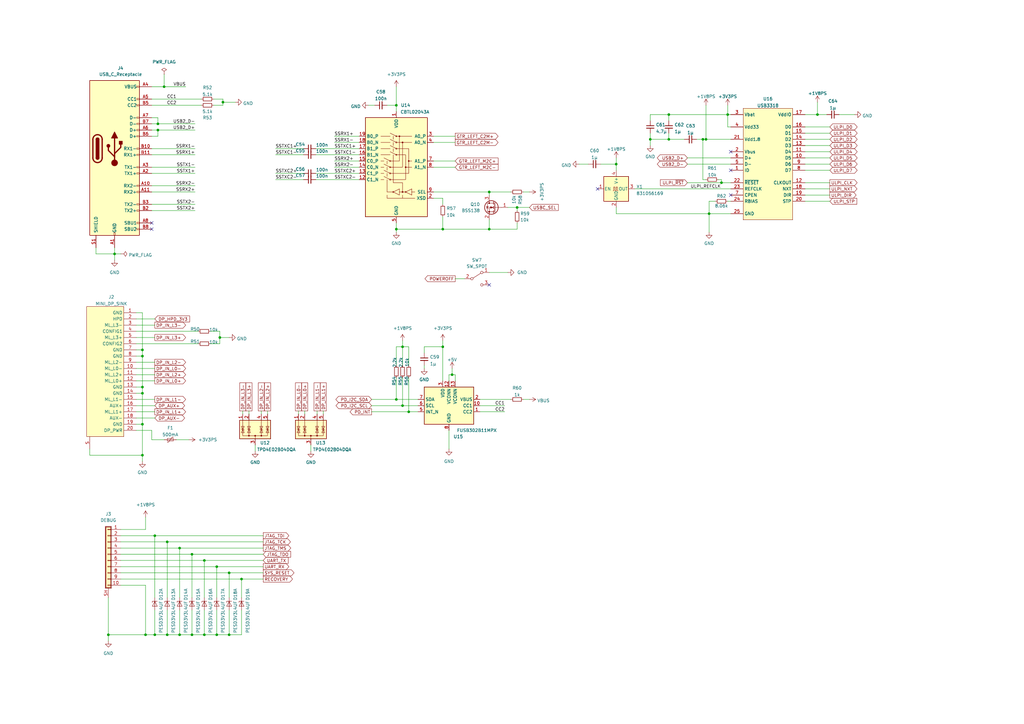
<source format=kicad_sch>
(kicad_sch (version 20211123) (generator eeschema)
  (paper "A3")
  (junction (at 162.56 163.83))
  (junction (at 58.42 146.05))
  (junction (at 93.98 234.95))
  (junction (at 83.82 229.87))
  (junction (at 73.66 260.35))
  (junction (at 64.77 50.8))
  (junction (at 58.42 161.29))
  (junction (at 90.17 138.43))
  (junction (at 252.73 67.31))
  (junction (at 165.1 142.24))
  (junction (at 68.58 260.35))
  (junction (at 63.5 219.71))
  (junction (at 46.99 104.14))
  (junction (at 162.56 93.98))
  (junction (at 64.77 53.34))
  (junction (at 88.9 232.41))
  (junction (at 63.5 260.35))
  (junction (at 78.74 227.33))
  (junction (at 290.83 87.63))
  (junction (at 212.09 85.09))
  (junction (at 58.42 143.51))
  (junction (at 78.74 260.35))
  (junction (at 335.28 46.99))
  (junction (at 167.64 168.91))
  (junction (at 200.66 78.74))
  (junction (at 93.98 260.35))
  (junction (at 68.58 222.25))
  (junction (at 44.45 260.35))
  (junction (at 165.1 166.37))
  (junction (at 58.42 173.99))
  (junction (at 288.29 57.15))
  (junction (at 67.31 35.56))
  (junction (at 59.69 260.35))
  (junction (at 200.66 93.98))
  (junction (at 83.82 260.35))
  (junction (at 295.91 74.93))
  (junction (at 266.7 57.15))
  (junction (at 298.45 46.99))
  (junction (at 58.42 186.69))
  (junction (at 88.9 260.35))
  (junction (at 99.06 237.49))
  (junction (at 185.42 153.67))
  (junction (at 91.44 41.91))
  (junction (at 181.61 93.98))
  (junction (at 274.32 46.99))
  (junction (at 181.61 142.24))
  (junction (at 162.56 43.18))
  (junction (at 73.66 224.79))
  (junction (at 58.42 158.75))
  (junction (at 274.32 57.15))
  (junction (at 289.56 57.15))
  (no_connect (at 62.23 93.98))
  (no_connect (at 299.72 69.85))
  (no_connect (at 200.66 116.84))
  (no_connect (at 245.11 77.47))
  (no_connect (at 299.72 80.01))
  (no_connect (at 62.23 91.44))
  (no_connect (at 299.72 62.23))
  (wire (pts (xy 102.108 168.5485) (xy 102.108 169.8185)))
  (wire (pts (xy 177.8 78.74) (xy 200.66 78.74)))
  (wire (pts (xy 177.8 66.04) (xy 186.69 66.04)))
  (wire (pts (xy 90.17 138.43) (xy 93.98 138.43)))
  (wire (pts (xy 55.88 146.05) (xy 58.42 146.05)))
  (wire (pts (xy 266.7 46.99) (xy 274.32 46.99)))
  (wire (pts (xy 86.36 140.97) (xy 90.17 140.97)))
  (wire (pts (xy 330.2 64.77) (xy 340.36 64.77)))
  (wire (pts (xy 151.13 43.18) (xy 153.67 43.18)))
  (wire (pts (xy 62.23 43.18) (xy 82.55 43.18)))
  (wire (pts (xy 63.5 250.19) (xy 63.5 260.35)))
  (wire (pts (xy 165.1 142.24) (xy 162.56 142.24)))
  (wire (pts (xy 49.53 229.87) (xy 83.82 229.87)))
  (wire (pts (xy 62.23 63.5) (xy 80.01 63.5)))
  (wire (pts (xy 162.56 93.98) (xy 162.56 95.25)))
  (wire (pts (xy 62.23 71.12) (xy 80.01 71.12)))
  (wire (pts (xy 62.23 176.53) (xy 55.88 176.53)))
  (wire (pts (xy 186.69 114.3) (xy 190.5 114.3)))
  (wire (pts (xy 99.568 168.5485) (xy 99.568 169.8185)))
  (wire (pts (xy 274.32 57.15) (xy 280.67 57.15)))
  (wire (pts (xy 113.03 71.12) (xy 124.46 71.12)))
  (wire (pts (xy 217.17 78.74) (xy 214.63 78.74)))
  (wire (pts (xy 58.42 143.51) (xy 58.42 128.27)))
  (wire (pts (xy 49.53 234.95) (xy 93.98 234.95)))
  (wire (pts (xy 64.77 50.8) (xy 80.01 50.8)))
  (wire (pts (xy 330.2 67.31) (xy 340.36 67.31)))
  (wire (pts (xy 64.77 53.34) (xy 80.01 53.34)))
  (wire (pts (xy 177.8 81.28) (xy 181.61 81.28)))
  (wire (pts (xy 167.64 142.24) (xy 165.1 142.24)))
  (wire (pts (xy 107.188 168.5485) (xy 107.188 169.8185)))
  (wire (pts (xy 93.98 234.95) (xy 107.95 234.95)))
  (wire (pts (xy 158.75 43.18) (xy 162.56 43.18)))
  (wire (pts (xy 266.7 49.53) (xy 266.7 46.99)))
  (wire (pts (xy 88.9 232.41) (xy 107.95 232.41)))
  (wire (pts (xy 137.16 58.42) (xy 147.32 58.42)))
  (wire (pts (xy 83.82 229.87) (xy 107.95 229.87)))
  (wire (pts (xy 113.03 73.66) (xy 124.46 73.66)))
  (wire (pts (xy 91.44 41.91) (xy 96.52 41.91)))
  (wire (pts (xy 252.73 64.77) (xy 252.73 67.31)))
  (wire (pts (xy 62.23 83.82) (xy 80.01 83.82)))
  (wire (pts (xy 73.66 224.79) (xy 73.66 245.11)))
  (wire (pts (xy 129.54 60.96) (xy 147.32 60.96)))
  (wire (pts (xy 252.73 67.31) (xy 252.73 69.85)))
  (wire (pts (xy 165.1 166.37) (xy 171.45 166.37)))
  (wire (pts (xy 152.4 168.91) (xy 167.64 168.91)))
  (wire (pts (xy 90.17 140.97) (xy 90.17 138.43)))
  (wire (pts (xy 87.63 43.18) (xy 91.44 43.18)))
  (wire (pts (xy 99.06 260.35) (xy 99.06 250.19)))
  (wire (pts (xy 330.2 59.69) (xy 340.36 59.69)))
  (wire (pts (xy 186.69 153.67) (xy 186.69 156.21)))
  (wire (pts (xy 46.99 101.6) (xy 46.99 104.14)))
  (wire (pts (xy 185.42 153.67) (xy 184.15 153.67)))
  (wire (pts (xy 63.5 260.35) (xy 68.58 260.35)))
  (wire (pts (xy 281.94 74.93) (xy 295.91 74.93)))
  (wire (pts (xy 252.73 87.63) (xy 290.83 87.63)))
  (wire (pts (xy 113.03 63.5) (xy 124.46 63.5)))
  (wire (pts (xy 162.56 154.94) (xy 162.56 163.83)))
  (wire (pts (xy 288.29 57.15) (xy 289.56 57.15)))
  (wire (pts (xy 63.5 219.71) (xy 107.95 219.71)))
  (wire (pts (xy 93.98 234.95) (xy 93.98 245.11)))
  (wire (pts (xy 152.4 166.37) (xy 165.1 166.37)))
  (wire (pts (xy 73.66 260.35) (xy 78.74 260.35)))
  (wire (pts (xy 196.85 168.91) (xy 207.01 168.91)))
  (wire (pts (xy 295.91 73.66) (xy 295.91 74.93)))
  (wire (pts (xy 44.45 245.11) (xy 44.45 260.35)))
  (wire (pts (xy 55.88 135.89) (xy 81.28 135.89)))
  (wire (pts (xy 68.58 250.19) (xy 68.58 260.35)))
  (wire (pts (xy 49.53 232.41) (xy 88.9 232.41)))
  (wire (pts (xy 62.23 180.34) (xy 62.23 176.53)))
  (wire (pts (xy 184.15 153.67) (xy 184.15 156.21)))
  (wire (pts (xy 184.15 176.53) (xy 184.15 184.15)))
  (wire (pts (xy 181.61 93.98) (xy 162.56 93.98)))
  (wire (pts (xy 64.77 48.26) (xy 64.77 50.8)))
  (wire (pts (xy 83.82 250.19) (xy 83.82 260.35)))
  (wire (pts (xy 62.23 86.36) (xy 80.01 86.36)))
  (wire (pts (xy 46.99 104.14) (xy 46.99 106.68)))
  (wire (pts (xy 55.88 171.45) (xy 63.5 171.45)))
  (wire (pts (xy 113.03 60.96) (xy 124.46 60.96)))
  (wire (pts (xy 330.2 82.55) (xy 340.36 82.55)))
  (wire (pts (xy 44.45 260.35) (xy 59.69 260.35)))
  (wire (pts (xy 58.42 186.69) (xy 36.83 186.69)))
  (wire (pts (xy 73.66 224.79) (xy 107.95 224.79)))
  (wire (pts (xy 162.56 163.83) (xy 171.45 163.83)))
  (wire (pts (xy 162.56 91.44) (xy 162.56 93.98)))
  (wire (pts (xy 274.32 46.99) (xy 298.45 46.99)))
  (wire (pts (xy 289.56 57.15) (xy 299.72 57.15)))
  (wire (pts (xy 62.23 76.2) (xy 80.01 76.2)))
  (wire (pts (xy 91.44 40.64) (xy 87.63 40.64)))
  (wire (pts (xy 330.2 57.15) (xy 340.36 57.15)))
  (wire (pts (xy 55.88 161.29) (xy 58.42 161.29)))
  (wire (pts (xy 266.7 57.15) (xy 266.7 59.69)))
  (wire (pts (xy 55.88 140.97) (xy 81.28 140.97)))
  (wire (pts (xy 162.56 142.24) (xy 162.56 149.86)))
  (wire (pts (xy 55.88 143.51) (xy 58.42 143.51)))
  (wire (pts (xy 214.63 163.83) (xy 217.17 163.83)))
  (wire (pts (xy 285.75 57.15) (xy 288.29 57.15)))
  (wire (pts (xy 162.56 43.18) (xy 162.56 45.72)))
  (wire (pts (xy 62.23 53.34) (xy 64.77 53.34)))
  (wire (pts (xy 90.17 138.43) (xy 90.17 135.89)))
  (wire (pts (xy 185.42 151.13) (xy 185.42 153.67)))
  (wire (pts (xy 129.54 71.12) (xy 147.32 71.12)))
  (wire (pts (xy 88.9 232.41) (xy 88.9 245.11)))
  (wire (pts (xy 137.16 55.88) (xy 147.32 55.88)))
  (wire (pts (xy 165.1 139.7) (xy 165.1 142.24)))
  (wire (pts (xy 91.44 43.18) (xy 91.44 41.91)))
  (wire (pts (xy 63.5 219.71) (xy 63.5 245.11)))
  (wire (pts (xy 129.54 73.66) (xy 147.32 73.66)))
  (wire (pts (xy 49.53 222.25) (xy 68.58 222.25)))
  (wire (pts (xy 290.83 82.55) (xy 290.83 87.63)))
  (wire (pts (xy 274.32 54.61) (xy 274.32 57.15)))
  (wire (pts (xy 55.88 138.43) (xy 63.5 138.43)))
  (wire (pts (xy 266.7 57.15) (xy 266.7 54.61)))
  (wire (pts (xy 58.42 189.23) (xy 58.42 186.69)))
  (wire (pts (xy 55.88 163.83) (xy 63.5 163.83)))
  (wire (pts (xy 208.28 85.09) (xy 212.09 85.09)))
  (wire (pts (xy 177.8 68.58) (xy 186.69 68.58)))
  (wire (pts (xy 335.28 46.99) (xy 330.2 46.99)))
  (wire (pts (xy 49.53 224.79) (xy 73.66 224.79)))
  (wire (pts (xy 55.88 173.99) (xy 58.42 173.99)))
  (wire (pts (xy 78.74 260.35) (xy 78.74 250.19)))
  (wire (pts (xy 330.2 74.93) (xy 340.36 74.93)))
  (wire (pts (xy 46.99 104.14) (xy 39.37 104.14)))
  (wire (pts (xy 49.53 240.03) (xy 59.69 240.03)))
  (wire (pts (xy 335.28 41.91) (xy 335.28 46.99)))
  (wire (pts (xy 177.8 55.88) (xy 186.69 55.88)))
  (wire (pts (xy 260.35 77.47) (xy 299.72 77.47)))
  (wire (pts (xy 55.88 168.91) (xy 63.5 168.91)))
  (wire (pts (xy 298.45 46.99) (xy 299.72 46.99)))
  (wire (pts (xy 289.56 73.66) (xy 288.29 73.66)))
  (wire (pts (xy 293.37 82.55) (xy 290.83 82.55)))
  (wire (pts (xy 36.83 186.69) (xy 36.83 184.15)))
  (wire (pts (xy 290.83 95.25) (xy 290.83 87.63)))
  (wire (pts (xy 162.56 35.56) (xy 162.56 43.18)))
  (wire (pts (xy 55.88 153.67) (xy 63.5 153.67)))
  (wire (pts (xy 274.32 57.15) (xy 266.7 57.15)))
  (wire (pts (xy 58.42 158.75) (xy 58.42 146.05)))
  (wire (pts (xy 181.61 139.7) (xy 181.61 142.24)))
  (wire (pts (xy 200.66 93.98) (xy 181.61 93.98)))
  (wire (pts (xy 55.88 133.35) (xy 63.5 133.35)))
  (wire (pts (xy 93.98 250.19) (xy 93.98 260.35)))
  (wire (pts (xy 62.23 68.58) (xy 80.01 68.58)))
  (wire (pts (xy 196.85 166.37) (xy 207.01 166.37)))
  (wire (pts (xy 39.37 104.14) (xy 39.37 101.6)))
  (wire (pts (xy 91.44 41.91) (xy 91.44 40.64)))
  (wire (pts (xy 124.968 168.5485) (xy 124.968 169.8185)))
  (wire (pts (xy 129.54 63.5) (xy 147.32 63.5)))
  (wire (pts (xy 200.66 78.74) (xy 200.66 80.01)))
  (wire (pts (xy 62.23 60.96) (xy 80.01 60.96)))
  (wire (pts (xy 181.61 88.9) (xy 181.61 93.98)))
  (wire (pts (xy 46.99 104.14) (xy 49.53 104.14)))
  (wire (pts (xy 62.23 35.56) (xy 67.31 35.56)))
  (wire (pts (xy 55.88 148.59) (xy 63.5 148.59)))
  (wire (pts (xy 49.53 237.49) (xy 99.06 237.49)))
  (wire (pts (xy 299.72 52.07) (xy 298.45 52.07)))
  (wire (pts (xy 59.69 212.09) (xy 59.69 217.17)))
  (wire (pts (xy 55.88 166.37) (xy 63.5 166.37)))
  (wire (pts (xy 330.2 69.85) (xy 340.36 69.85)))
  (wire (pts (xy 88.9 250.19) (xy 88.9 260.35)))
  (wire (pts (xy 78.74 227.33) (xy 107.95 227.33)))
  (wire (pts (xy 288.29 73.66) (xy 288.29 57.15)))
  (wire (pts (xy 62.23 40.64) (xy 82.55 40.64)))
  (wire (pts (xy 185.42 153.67) (xy 186.69 153.67)))
  (wire (pts (xy 64.77 53.34) (xy 64.77 55.88)))
  (wire (pts (xy 99.06 237.49) (xy 99.06 245.11)))
  (wire (pts (xy 137.16 68.58) (xy 147.32 68.58)))
  (wire (pts (xy 165.1 142.24) (xy 165.1 149.86)))
  (wire (pts (xy 58.42 161.29) (xy 58.42 158.75)))
  (wire (pts (xy 67.31 30.48) (xy 67.31 35.56)))
  (wire (pts (xy 173.99 149.86) (xy 173.99 151.13)))
  (wire (pts (xy 152.4 163.83) (xy 162.56 163.83)))
  (wire (pts (xy 127.508 182.5185) (xy 127.508 185.0585)))
  (wire (pts (xy 298.45 52.07) (xy 298.45 46.99)))
  (wire (pts (xy 83.82 229.87) (xy 83.82 245.11)))
  (wire (pts (xy 173.99 144.78) (xy 173.99 142.24)))
  (wire (pts (xy 177.8 58.42) (xy 186.69 58.42)))
  (wire (pts (xy 62.23 78.74) (xy 80.01 78.74)))
  (wire (pts (xy 165.1 154.94) (xy 165.1 166.37)))
  (wire (pts (xy 73.66 250.19) (xy 73.66 260.35)))
  (wire (pts (xy 130.048 168.5485) (xy 130.048 169.8185)))
  (wire (pts (xy 246.38 67.31) (xy 252.73 67.31)))
  (wire (pts (xy 335.28 46.99) (xy 339.09 46.99)))
  (wire (pts (xy 55.88 151.13) (xy 63.5 151.13)))
  (wire (pts (xy 55.88 130.81) (xy 63.5 130.81)))
  (wire (pts (xy 330.2 52.07) (xy 340.36 52.07)))
  (wire (pts (xy 167.64 149.86) (xy 167.64 142.24)))
  (wire (pts (xy 289.56 43.18) (xy 289.56 57.15)))
  (wire (pts (xy 68.58 260.35) (xy 73.66 260.35)))
  (wire (pts (xy 330.2 77.47) (xy 340.36 77.47)))
  (wire (pts (xy 122.428 168.5485) (xy 122.428 169.8185)))
  (wire (pts (xy 212.09 85.09) (xy 212.09 86.36)))
  (wire (pts (xy 58.42 128.27) (xy 55.88 128.27)))
  (wire (pts (xy 294.64 73.66) (xy 295.91 73.66)))
  (wire (pts (xy 55.88 158.75) (xy 58.42 158.75)))
  (wire (pts (xy 67.31 35.56) (xy 76.2 35.56)))
  (wire (pts (xy 298.45 43.18) (xy 298.45 46.99)))
  (wire (pts (xy 104.648 182.5185) (xy 104.648 185.0585)))
  (wire (pts (xy 295.91 74.93) (xy 299.72 74.93)))
  (wire (pts (xy 49.53 219.71) (xy 63.5 219.71)))
  (wire (pts (xy 330.2 62.23) (xy 340.36 62.23)))
  (wire (pts (xy 181.61 142.24) (xy 181.61 156.21)))
  (wire (pts (xy 59.69 260.35) (xy 63.5 260.35)))
  (wire (pts (xy 59.69 217.17) (xy 49.53 217.17)))
  (wire (pts (xy 62.23 50.8) (xy 64.77 50.8)))
  (wire (pts (xy 212.09 93.98) (xy 200.66 93.98)))
  (wire (pts (xy 132.588 168.5485) (xy 132.588 169.8185)))
  (wire (pts (xy 281.94 67.31) (xy 299.72 67.31)))
  (wire (pts (xy 78.74 260.35) (xy 83.82 260.35)))
  (wire (pts (xy 109.728 168.5485) (xy 109.728 169.8185)))
  (wire (pts (xy 58.42 146.05) (xy 58.42 143.51)))
  (wire (pts (xy 88.9 260.35) (xy 93.98 260.35)))
  (wire (pts (xy 298.45 82.55) (xy 299.72 82.55)))
  (wire (pts (xy 344.17 46.99) (xy 350.52 46.99)))
  (wire (pts (xy 196.85 163.83) (xy 209.55 163.83)))
  (wire (pts (xy 200.66 90.17) (xy 200.66 93.98)))
  (wire (pts (xy 281.94 64.77) (xy 299.72 64.77)))
  (wire (pts (xy 78.74 227.33) (xy 78.74 245.11)))
  (wire (pts (xy 290.83 87.63) (xy 299.72 87.63)))
  (wire (pts (xy 83.82 260.35) (xy 88.9 260.35)))
  (wire (pts (xy 330.2 80.01) (xy 340.36 80.01)))
  (wire (pts (xy 181.61 81.28) (xy 181.61 83.82)))
  (wire (pts (xy 167.64 168.91) (xy 171.45 168.91)))
  (wire (pts (xy 64.77 55.88) (xy 62.23 55.88)))
  (wire (pts (xy 68.58 222.25) (xy 68.58 245.11)))
  (wire (pts (xy 212.09 91.44) (xy 212.09 93.98)))
  (wire (pts (xy 237.49 67.31) (xy 241.3 67.31)))
  (wire (pts (xy 44.45 260.35) (xy 44.45 262.89)))
  (wire (pts (xy 137.16 66.04) (xy 147.32 66.04)))
  (wire (pts (xy 55.88 156.21) (xy 63.5 156.21)))
  (wire (pts (xy 59.69 240.03) (xy 59.69 260.35)))
  (wire (pts (xy 274.32 46.99) (xy 274.32 49.53)))
  (wire (pts (xy 58.42 173.99) (xy 58.42 161.29)))
  (wire (pts (xy 173.99 142.24) (xy 181.61 142.24)))
  (wire (pts (xy 330.2 54.61) (xy 340.36 54.61)))
  (wire (pts (xy 90.17 135.89) (xy 86.36 135.89)))
  (wire (pts (xy 68.58 222.25) (xy 107.95 222.25)))
  (wire (pts (xy 252.73 85.09) (xy 252.73 87.63)))
  (wire (pts (xy 62.23 180.34) (xy 67.31 180.34)))
  (wire (pts (xy 93.98 260.35) (xy 99.06 260.35)))
  (wire (pts (xy 49.53 227.33) (xy 78.74 227.33)))
  (wire (pts (xy 212.09 85.09) (xy 217.17 85.09)))
  (wire (pts (xy 72.39 180.34) (xy 77.47 180.34)))
  (wire (pts (xy 200.66 111.76) (xy 208.28 111.76)))
  (wire (pts (xy 62.23 48.26) (xy 64.77 48.26)))
  (wire (pts (xy 99.06 237.49) (xy 107.95 237.49)))
  (wire (pts (xy 58.42 186.69) (xy 58.42 173.99)))
  (wire (pts (xy 167.64 154.94) (xy 167.64 168.91)))
  (wire (pts (xy 200.66 78.74) (xy 209.55 78.74)))
  (label "ULPI_REFCLK" (at 283.21 77.47 0))
  (label "SSTXC2+" (at 113.03 71.12 0))
  (label "SSTXC1-" (at 137.16 63.5 0))
  (label "SSTX1-" (at 80.01 68.58 180))
  (label "SSRX1-" (at 137.16 58.42 0))
  (label "SSTX2-" (at 80.01 83.82 180))
  (label "SSTXC1-" (at 113.03 63.5 0))
  (label "CC1" (at 72.39 40.64 180))
  (label "SSRX1+" (at 137.16 55.88 0))
  (label "CC2" (at 72.39 43.18 180))
  (label "USB2_D-" (at 80.01 50.8 180))
  (label "SSTX1+" (at 80.01 71.12 180))
  (label "SSTX2+" (at 80.01 86.36 180))
  (label "SSRX2+" (at 137.16 66.04 0))
  (label "SSRX2+" (at 80.01 78.74 180))
  (label "SSTXC2+" (at 137.16 71.12 0))
  (label "USB2_D+" (at 80.01 53.34 180))
  (label "VBUS" (at 76.2 35.56 180))
  (label "CC1" (at 207.01 166.37 180))
  (label "SSTXC2-" (at 137.16 73.66 0))
  (label "SSRX1+" (at 80.01 63.5 180))
  (label "CC2" (at 207.01 168.91 180))
  (label "SSTXC1+" (at 137.16 60.96 0))
  (label "SSRX1-" (at 80.01 60.96 180))
  (label "SSRX2-" (at 80.01 76.2 180))
  (label "SSTXC2-" (at 113.03 73.66 0))
  (label "SSRX2-" (at 137.16 68.58 0))
  (label "SSTXC1+" (at 113.03 60.96 0))
  (global_label "JTAG_TDI" (shape output) (at 107.95 219.71 0) (property "Intersheet References" "${INTERSHEET_REFS}" (effects hide)))
  (global_label "DP_IN_L1+" (shape passive) (at 132.588 168.5485 90) (property "Intersheet References" "${INTERSHEET_REFS}" (effects hide)))
  (global_label "ULPI_D5" (shape bidirectional) (at 340.36 64.77 0) (property "Intersheet References" "${INTERSHEET_REFS}" (effects hide)))
  (global_label "UART_TX" (shape input) (at 107.95 229.87 0) (property "Intersheet References" "${INTERSHEET_REFS}" (effects hide)))
  (global_label "ULPI_D7" (shape bidirectional) (at 340.36 69.85 0) (property "Intersheet References" "${INTERSHEET_REFS}" (effects hide)))
  (global_label "DP_IN_L3+" (shape output) (at 63.5 138.43 0) (property "Intersheet References" "${INTERSHEET_REFS}" (effects hide)))
  (global_label "POWEROFF" (shape output) (at 186.69 114.3 180) (property "Intersheet References" "${INTERSHEET_REFS}" (effects hide)))
  (global_label "DP_IN_L0-" (shape passive) (at 122.428 168.5485 90) (property "Intersheet References" "${INTERSHEET_REFS}" (effects hide)))
  (global_label "SYS_RESET" (shape output) (at 107.95 234.95 0) (property "Intersheet References" "${INTERSHEET_REFS}" (effects hide)))
  (global_label "GTR_LEFT_C2M+" (shape output) (at 186.69 55.88 0) (property "Intersheet References" "${INTERSHEET_REFS}" (effects hide)))
  (global_label "DP_IN_L3-" (shape output) (at 63.5 133.35 0) (property "Intersheet References" "${INTERSHEET_REFS}" (effects hide)))
  (global_label "JTAG_TDO" (shape input) (at 107.95 227.33 0) (property "Intersheet References" "${INTERSHEET_REFS}" (effects hide)))
  (global_label "ULPI_D0" (shape bidirectional) (at 340.36 52.07 0) (property "Intersheet References" "${INTERSHEET_REFS}" (effects hide)))
  (global_label "ULPI_D2" (shape bidirectional) (at 340.36 57.15 0) (property "Intersheet References" "${INTERSHEET_REFS}" (effects hide)))
  (global_label "DP_HPD_3V3" (shape input) (at 63.5 130.81 0) (property "Intersheet References" "${INTERSHEET_REFS}" (effects hide)))
  (global_label "ULPI_D6" (shape bidirectional) (at 340.36 67.31 0) (property "Intersheet References" "${INTERSHEET_REFS}" (effects hide)))
  (global_label "ULPI_STP" (shape input) (at 340.36 82.55 0) (property "Intersheet References" "${INTERSHEET_REFS}" (effects hide)))
  (global_label "ULPI_D4" (shape bidirectional) (at 340.36 62.23 0) (property "Intersheet References" "${INTERSHEET_REFS}" (effects hide)))
  (global_label "ULPI_CLK" (shape output) (at 340.36 74.93 0) (property "Intersheet References" "${INTERSHEET_REFS}" (effects hide)))
  (global_label "USB2_D-" (shape bidirectional) (at 281.94 67.31 180) (property "Intersheet References" "${INTERSHEET_REFS}" (effects hide)))
  (global_label "UART_RX" (shape output) (at 107.95 232.41 0) (property "Intersheet References" "${INTERSHEET_REFS}" (effects hide)))
  (global_label "GTR_LEFT_C2M-" (shape output) (at 186.69 58.42 0) (property "Intersheet References" "${INTERSHEET_REFS}" (effects hide)))
  (global_label "DP_IN_L0+" (shape passive) (at 124.968 168.5485 90) (property "Intersheet References" "${INTERSHEET_REFS}" (effects hide)))
  (global_label "PD_I2C_SDA" (shape bidirectional) (at 152.4 163.83 180) (property "Intersheet References" "${INTERSHEET_REFS}" (effects hide)))
  (global_label "DP_IN_L1-" (shape output) (at 63.5 163.83 0) (property "Intersheet References" "${INTERSHEET_REFS}" (effects hide)))
  (global_label "ULPI_NXT" (shape output) (at 340.36 77.47 0) (property "Intersheet References" "${INTERSHEET_REFS}" (effects hide)))
  (global_label "ULPI_DIR" (shape output) (at 340.36 80.01 0) (property "Intersheet References" "${INTERSHEET_REFS}" (effects hide)))
  (global_label "JTAG_TCK" (shape output) (at 107.95 222.25 0) (property "Intersheet References" "${INTERSHEET_REFS}" (effects hide)))
  (global_label "DP_IN_L2+" (shape output) (at 63.5 153.67 0) (property "Intersheet References" "${INTERSHEET_REFS}" (effects hide)))
  (global_label "DP_IN_L3+" (shape passive) (at 102.108 168.5485 90) (property "Intersheet References" "${INTERSHEET_REFS}" (effects hide)))
  (global_label "DP_IN_L3-" (shape passive) (at 99.568 168.5485 90) (property "Intersheet References" "${INTERSHEET_REFS}" (effects hide)))
  (global_label "USB2_D+" (shape bidirectional) (at 281.94 64.77 180) (property "Intersheet References" "${INTERSHEET_REFS}" (effects hide)))
  (global_label "PD_I2C_SCL" (shape bidirectional) (at 152.4 166.37 180) (property "Intersheet References" "${INTERSHEET_REFS}" (effects hide)))
  (global_label "DP_AUX+" (shape bidirectional) (at 63.5 166.37 0) (property "Intersheet References" "${INTERSHEET_REFS}" (effects hide)))
  (global_label "ULPI_~{RST}" (shape input) (at 281.94 74.93 180) (property "Intersheet References" "${INTERSHEET_REFS}" (effects hide)))
  (global_label "DP_IN_L2+" (shape passive) (at 109.728 168.5485 90) (property "Intersheet References" "${INTERSHEET_REFS}" (effects hide)))
  (global_label "RECOVERY" (shape output) (at 107.95 237.49 0) (property "Intersheet References" "${INTERSHEET_REFS}" (effects hide)))
  (global_label "DP_IN_L2-" (shape passive) (at 107.188 168.5485 90) (property "Intersheet References" "${INTERSHEET_REFS}" (effects hide)))
  (global_label "GTR_LEFT_M2C+" (shape input) (at 186.69 66.04 0) (property "Intersheet References" "${INTERSHEET_REFS}" (effects hide)))
  (global_label "JTAG_TMS" (shape output) (at 107.95 224.79 0) (property "Intersheet References" "${INTERSHEET_REFS}" (effects hide)))
  (global_label "PD_INT" (shape output) (at 152.4 168.91 180) (property "Intersheet References" "${INTERSHEET_REFS}" (effects hide)))
  (global_label "ULPI_D3" (shape bidirectional) (at 340.36 59.69 0) (property "Intersheet References" "${INTERSHEET_REFS}" (effects hide)))
  (global_label "DP_IN_L2-" (shape output) (at 63.5 148.59 0) (property "Intersheet References" "${INTERSHEET_REFS}" (effects hide)))
  (global_label "DP_AUX-" (shape bidirectional) (at 63.5 171.45 0) (property "Intersheet References" "${INTERSHEET_REFS}" (effects hide)))
  (global_label "ULPI_D1" (shape bidirectional) (at 340.36 54.61 0) (property "Intersheet References" "${INTERSHEET_REFS}" (effects hide)))
  (global_label "DP_IN_L0+" (shape output) (at 63.5 156.21 0) (property "Intersheet References" "${INTERSHEET_REFS}" (effects hide)))
  (global_label "DP_IN_L0-" (shape output) (at 63.5 151.13 0) (property "Intersheet References" "${INTERSHEET_REFS}" (effects hide)))
  (global_label "DP_IN_L1-" (shape passive) (at 130.048 168.5485 90) (property "Intersheet References" "${INTERSHEET_REFS}" (effects hide)))
  (global_label "GTR_LEFT_M2C-" (shape input) (at 186.69 68.58 0) (property "Intersheet References" "${INTERSHEET_REFS}" (effects hide)))
  (global_label "USBC_SEL" (shape input) (at 217.17 85.09 0) (property "Intersheet References" "${INTERSHEET_REFS}" (effects hide)))
  (global_label "DP_IN_L1+" (shape output) (at 63.5 168.91 0) (property "Intersheet References" "${INTERSHEET_REFS}" (effects hide)))
  (symbol (lib_id "Power_Protection:PESD3V3L4UF") (at 93.98 247.65 270) (unit 1)
    (property "Reference" "D18" (at 96.52 241.3 0) (effects (justify left)))
    (property "Value" "PESD3V3L4UF" (at 96.52 246.38 0) (effects (justify left)))
    (property "Footprint" "Package_TO_SOT_SMD:SOT-886" (effects hide))
    (property "Datasheet" "https://assets.nexperia.com/documents/data-sheet/PESDXL4UF_G_W.pdf" (effects hide))
  )
  (symbol (lib_id "Analog_Switch:CBTL02043A") (at 162.56 68.58 0) (mirror y) (unit 1)
    (property "Reference" "U14" (at 166.37 43.1504 0))
    (property "Value" "CBTL02043A" (at 170.18 45.9255 0))
    (property "Footprint" "Package_DFN_QFN:WQFN-20-1EP_2.5x4.5mm_P0.5mm_EP1x2.9mm" (effects hide))
    (property "Datasheet" "https://www.nxp.com/docs/en/data-sheet/CBTL02043A_CBTL02043B.pdf" (effects hide))
  )
  (symbol (lib_id "Device:C_Small") (at 127 73.66 90) (unit 1)
    (property "Reference" "C57" (at 123.19 71.9414 90))
    (property "Value" "100n" (at 132.08 72.1765 90))
    (property "Footprint" "Capacitor_SMD:C_0402_1005Metric" (effects hide))
  )
  (symbol (lib_id "Device:R_Small") (at 167.64 152.4 180) (unit 1)
    (property "Reference" "R56" (at 166.7469 156.21 90))
    (property "Value" "10k" (at 166.982 148.59 90))
    (property "Footprint" "Resistor_SMD:R_0402_1005Metric" (effects hide))
  )
  (symbol (lib_id "power:VBUS") (at 217.17 163.83 270) (unit 1)
    (property "Reference" "#PWR0337" (effects hide))
    (property "Value" "VBUS" (at 220.3449 164.309 90) (effects (justify left)))
  )
  (symbol (lib_id "Device:C_Small") (at 127 60.96 90) (unit 1)
    (property "Reference" "C54" (at 123.19 59.2414 90))
    (property "Value" "100n" (at 132.08 59.4765 90))
    (property "Footprint" "Capacitor_SMD:C_0402_1005Metric" (effects hide))
  )
  (symbol (lib_id "Device:C_Small") (at 127 71.12 90) (unit 1)
    (property "Reference" "C56" (at 123.19 69.4014 90))
    (property "Value" "100n" (at 132.08 69.6365 90))
    (property "Footprint" "Capacitor_SMD:C_0402_1005Metric" (effects hide))
  )
  (symbol (lib_id "Device:C_Small") (at 274.32 52.07 0) (unit 1)
    (property "Reference" "C62" (at 276.6441 51.1615 0) (effects (justify left)))
    (property "Value" "1µ" (at 276.6441 53.9366 0) (effects (justify left)))
    (property "Footprint" "Capacitor_SMD:C_0603_1608Metric" (effects hide))
  )
  (symbol (lib_id "power:GND") (at 237.49 67.31 270) (unit 1)
    (property "Reference" "#PWR0328" (effects hide))
    (property "Value" "GND" (at 234.315 67.789 90) (effects (justify right)))
  )
  (symbol (lib_id "Power_Protection:PESD3V3L4UF") (at 78.74 247.65 270) (unit 1)
    (property "Reference" "D15" (at 81.28 241.3 0) (effects (justify left)))
    (property "Value" "PESD3V3L4UF" (at 81.28 246.38 0) (effects (justify left)))
    (property "Footprint" "Package_TO_SOT_SMD:SOT-886" (effects hide))
    (property "Datasheet" "https://assets.nexperia.com/documents/data-sheet/PESDXL4UF_G_W.pdf" (effects hide))
  )
  (symbol (lib_id "Device:R_Small") (at 292.1 73.66 90) (unit 1)
    (property "Reference" "R61" (at 292.1 68.9569 90))
    (property "Value" "10k" (at 292.1 71.732 90))
    (property "Footprint" "Resistor_SMD:R_0402_1005Metric" (effects hide))
  )
  (symbol (lib_id "Power_Protection:PESD3V3L4UF") (at 88.9 247.65 270) (unit 1)
    (property "Reference" "D17" (at 91.44 241.3 0) (effects (justify left)))
    (property "Value" "PESD3V3L4UF" (at 91.44 246.38 0) (effects (justify left)))
    (property "Footprint" "Package_TO_SOT_SMD:SOT-886" (effects hide))
    (property "Datasheet" "https://assets.nexperia.com/documents/data-sheet/PESDXL4UF_G_W.pdf" (effects hide))
  )
  (symbol (lib_id "Device:R_Small") (at 85.09 43.18 270) (unit 1)
    (property "Reference" "R53" (at 85.09 48.26 90))
    (property "Value" "5.1k" (at 85.09 45.72 90))
    (property "Footprint" "Resistor_SMD:R_0402_1005Metric" (effects hide))
  )
  (symbol (lib_id "meowality:+1V8PS") (at 165.1 139.7 0) (unit 1)
    (property "Reference" "#PWR0340" (effects hide))
    (property "Value" "+1V8PS" (at 165.1 134.62 0))
  )
  (symbol (lib_id "power:GND") (at 266.7 59.69 0) (unit 1)
    (property "Reference" "#PWR0327" (effects hide))
    (property "Value" "GND" (at 266.7 64.2524 0))
  )
  (symbol (lib_id "Connector:USB_C_Receptacle") (at 46.99 60.96 0) (unit 1)
    (property "Reference" "J4" (at 49.4665 27.94 0))
    (property "Value" "USB_C_Receptacle" (at 49.4665 30.48 0))
    (property "Footprint" "Connector_USB:USB_C_Receptacle_Amphenol_12401610E4-2A" (effects hide))
    (property "Datasheet" "https://www.usb.org/sites/default/files/documents/usb_type-c.zip" (effects hide))
  )
  (symbol (lib_id "meowality:+3V3PS") (at 298.45 43.18 0) (unit 1)
    (property "Reference" "#PWR0330" (effects hide))
    (property "Value" "+3V3PS" (at 298.45 39.5755 0))
  )
  (symbol (lib_id "meowality:+3V3PS") (at 77.47 180.34 270) (unit 1)
    (property "Reference" "#PWR0367" (effects hide))
    (property "Value" "+3V3PS" (at 81.28 180.3399 90) (effects (justify left)))
  )
  (symbol (lib_id "power:GND") (at 290.83 95.25 0) (unit 1)
    (property "Reference" "#PWR0333" (effects hide))
    (property "Value" "GND" (at 290.83 99.8124 0))
  )
  (symbol (lib_id "power:GND") (at 350.52 46.99 90) (unit 1)
    (property "Reference" "#PWR0338" (effects hide))
    (property "Value" "GND" (at 353.695 47.469 90) (effects (justify right)))
  )
  (symbol (lib_id "meowality:+1V8PS") (at 289.56 43.18 0) (unit 1)
    (property "Reference" "#PWR0331" (effects hide))
    (property "Value" "+1V8PS" (at 289.56 39.5755 0))
  )
  (symbol (lib_id "meowality:MINI_DP_SINK") (at 43.18 179.07 0) (mirror y) (unit 1)
    (property "Reference" "J2" (at 45.6819 121.8143 0))
    (property "Value" "MINI_DP_SINK" (at 45.6819 124.5894 0))
  )
  (symbol (lib_id "power:GND") (at 46.99 106.68 0) (unit 1)
    (property "Reference" "#PWR0320" (effects hide))
    (property "Value" "GND" (at 46.99 111.76 0))
  )
  (symbol (lib_id "Device:R_Small") (at 212.09 88.9 0) (unit 1)
    (property "Reference" "R59" (at 213.36 87.63 0) (effects (justify left)))
    (property "Value" "10k" (at 213.36 90.17 0) (effects (justify left)))
    (property "Footprint" "Resistor_SMD:R_0402_1005Metric" (effects hide))
  )
  (symbol (lib_id "Power_Protection:PESD3V3L4UF") (at 83.82 247.65 270) (unit 1)
    (property "Reference" "D16" (at 86.36 241.3 0) (effects (justify left)))
    (property "Value" "PESD3V3L4UF" (at 86.36 246.38 0) (effects (justify left)))
    (property "Footprint" "Package_TO_SOT_SMD:SOT-886" (effects hide))
    (property "Datasheet" "https://assets.nexperia.com/documents/data-sheet/PESDXL4UF_G_W.pdf" (effects hide))
  )
  (symbol (lib_id "Power_Protection:PESD3V3L4UF") (at 68.58 247.65 270) (unit 1)
    (property "Reference" "D13" (at 71.12 241.3 0) (effects (justify left)))
    (property "Value" "PESD3V3L4UF" (at 71.12 246.38 0) (effects (justify left)))
    (property "Footprint" "Package_TO_SOT_SMD:SOT-886" (effects hide))
    (property "Datasheet" "https://assets.nexperia.com/documents/data-sheet/PESDXL4UF_G_W.pdf" (effects hide))
  )
  (symbol (lib_id "Device:R_Small") (at 212.09 163.83 90) (unit 1)
    (property "Reference" "R60" (at 212.09 159.1269 90))
    (property "Value" "1k" (at 212.09 161.902 90))
    (property "Footprint" "Resistor_SMD:R_0402_1005Metric" (effects hide))
  )
  (symbol (lib_id "meowality:USB3318") (at 314.96 90.17 0) (unit 1)
    (property "Reference" "U16" (at 314.96 40.5343 0))
    (property "Value" "USB3318" (at 314.96 43.3094 0))
    (property "Footprint" "Package_DFN_QFN:HVQFN-24-1EP_4x4mm_P0.5mm_EP2.5x2.5mm" (effects hide))
  )
  (symbol (lib_id "Oscillator:XO32") (at 252.73 77.47 0) (unit 1)
    (property "Reference" "X1" (at 260.9851 76.5615 0) (effects (justify left)))
    (property "Value" "831056169" (at 260.9851 79.3366 0) (effects (justify left)))
    (property "Footprint" "Oscillator:Oscillator_SMD_EuroQuartz_XO32-4Pin_3.2x2.5mm" (effects hide))
    (property "Datasheet" "http://cdn-reichelt.de/documents/datenblatt/B400/XO32.pdf" (effects hide))
  )
  (symbol (lib_id "power:GND") (at 208.28 111.76 90) (unit 1)
    (property "Reference" "#PWR0334" (effects hide))
    (property "Value" "GND" (at 212.09 111.7599 90) (effects (justify right)))
  )
  (symbol (lib_id "power:GND") (at 184.15 184.15 0) (unit 1)
    (property "Reference" "#PWR0336" (effects hide))
    (property "Value" "GND" (at 184.15 189.23 0))
  )
  (symbol (lib_id "meowality:+3V3PS") (at 217.17 78.74 270) (unit 1)
    (property "Reference" "#PWR0329" (effects hide))
    (property "Value" "+3V3PS" (at 222.25 78.74 0))
  )
  (symbol (lib_id "power:PWR_FLAG") (at 49.53 104.14 270) (unit 1)
    (property "Reference" "#FLG0108" (effects hide))
    (property "Value" "PWR_FLAG" (at 52.705 104.619 90) (effects (justify left)))
  )
  (symbol (lib_id "power:GND") (at 127.508 185.0585 0) (unit 1)
    (property "Reference" "#PWR0318" (effects hide))
    (property "Value" "GND" (at 127.508 189.6209 0))
  )
  (symbol (lib_id "Power_Protection:PESD3V3L4UF") (at 73.66 247.65 270) (unit 1)
    (property "Reference" "D14" (at 76.2 241.3 0) (effects (justify left)))
    (property "Value" "PESD3V3L4UF" (at 76.2 246.38 0) (effects (justify left)))
    (property "Footprint" "Package_TO_SOT_SMD:SOT-886" (effects hide))
    (property "Datasheet" "https://assets.nexperia.com/documents/data-sheet/PESDXL4UF_G_W.pdf" (effects hide))
  )
  (symbol (lib_id "Switch:SW_SPDT") (at 195.58 114.3 0) (unit 1)
    (property "Reference" "SW7" (at 195.58 106.68 0))
    (property "Value" "SW_SPDT" (at 195.58 109.22 0))
  )
  (symbol (lib_id "power:GND") (at 44.45 262.89 0) (unit 1)
    (property "Reference" "#PWR0322" (effects hide))
    (property "Value" "GND" (at 44.45 267.97 0))
  )
  (symbol (lib_id "power:GND") (at 173.99 151.13 0) (unit 1)
    (property "Reference" "#PWR0339" (effects hide))
    (property "Value" "GND" (at 173.99 155.6924 0))
  )
  (symbol (lib_id "Device:R_Small") (at 165.1 152.4 180) (unit 1)
    (property "Reference" "R55" (at 164.2069 156.21 90))
    (property "Value" "2.2k" (at 164.442 148.59 90))
    (property "Footprint" "Resistor_SMD:R_0402_1005Metric" (effects hide))
  )
  (symbol (lib_id "power:GND") (at 151.13 43.18 270) (unit 1)
    (property "Reference" "#PWR0342" (effects hide))
    (property "Value" "GND" (at 147.955 43.659 90) (effects (justify right)))
  )
  (symbol (lib_id "power:+5V") (at 185.42 151.13 0) (unit 1)
    (property "Reference" "#PWR0335" (effects hide))
    (property "Value" "+5V" (at 185.42 147.5255 0))
  )
  (symbol (lib_id "Device:C_Small") (at 243.84 67.31 90) (unit 1)
    (property "Reference" "C60" (at 243.84 61.7814 90))
    (property "Value" "1µ" (at 243.84 64.5565 90))
    (property "Footprint" "Capacitor_SMD:C_0603_1608Metric" (effects hide))
  )
  (symbol (lib_id "power:PWR_FLAG") (at 67.31 30.48 0) (unit 1)
    (property "Reference" "#FLG0113" (effects hide))
    (property "Value" "PWR_FLAG" (at 67.31 25.4 0))
  )
  (symbol (lib_id "Device:C_Small") (at 341.63 46.99 270) (unit 1)
    (property "Reference" "C64" (at 341.63 41.4614 90))
    (property "Value" "1µ" (at 341.63 44.2365 90))
    (property "Footprint" "Capacitor_SMD:C_0603_1608Metric" (effects hide))
  )
  (symbol (lib_id "Interface_USB:FUSB302B11MPX") (at 184.15 166.37 0) (unit 1)
    (property "Reference" "U15" (at 187.96 179.07 0))
    (property "Value" "FUSB302B11MPX" (at 195.58 176.53 0))
    (property "Footprint" "Package_DFN_QFN:WQFN-14-1EP_2.5x2.5mm_P0.5mm_EP1.45x1.45mm" (effects hide))
    (property "Datasheet" "http://www.onsemi.com/pub/Collateral/FUSB302B-D.PDF" (effects hide))
  )
  (symbol (lib_id "meowality:+1V8PS") (at 335.28 41.91 0) (unit 1)
    (property "Reference" "#PWR0332" (effects hide))
    (property "Value" "+1V8PS" (at 335.28 38.3055 0))
  )
  (symbol (lib_id "Device:C_Small") (at 156.21 43.18 90) (unit 1)
    (property "Reference" "C58" (at 156.21 37.6514 90))
    (property "Value" "100n" (at 156.21 40.4265 90))
    (property "Footprint" "Capacitor_SMD:C_0402_1005Metric" (effects hide))
  )
  (symbol (lib_id "Device:C_Small") (at 127 63.5 90) (unit 1)
    (property "Reference" "C55" (at 123.19 61.7814 90))
    (property "Value" "100n" (at 132.08 62.0165 90))
    (property "Footprint" "Capacitor_SMD:C_0402_1005Metric" (effects hide))
  )
  (symbol (lib_id "Device:C_Small") (at 266.7 52.07 0) (unit 1)
    (property "Reference" "C61" (at 269.0241 51.1615 0) (effects (justify left)))
    (property "Value" "4.7µ" (at 269.0241 53.9366 0) (effects (justify left)))
    (property "Footprint" "Capacitor_SMD:C_0805_2012Metric_Pad1.15x1.40mm_HandSolder" (effects hide))
  )
  (symbol (lib_id "meowality:+3V3PS") (at 181.61 139.7 0) (unit 1)
    (property "Reference" "#PWR0341" (effects hide))
    (property "Value" "+3V3PS" (at 181.61 134.62 0))
  )
  (symbol (lib_id "Device:C_Small") (at 173.99 147.32 0) (unit 1)
    (property "Reference" "C59" (at 176.3141 146.4115 0) (effects (justify left)))
    (property "Value" "1µ" (at 176.3141 149.1866 0) (effects (justify left)))
    (property "Footprint" "Capacitor_SMD:C_0603_1608Metric" (effects hide))
  )
  (symbol (lib_id "Power_Protection:PESD3V3L4UF") (at 99.06 247.65 270) (unit 1)
    (property "Reference" "D19" (at 101.6 241.3 0) (effects (justify left)))
    (property "Value" "PESD3V3L4UF" (at 101.6 246.38 0) (effects (justify left)))
    (property "Footprint" "Package_TO_SOT_SMD:SOT-886" (effects hide))
    (property "Datasheet" "https://assets.nexperia.com/documents/data-sheet/PESDXL4UF_G_W.pdf" (effects hide))
  )
  (symbol (lib_id "Power_Protection:PESD3V3L4UF") (at 63.5 247.65 270) (unit 1)
    (property "Reference" "D12" (at 66.04 241.3 0) (effects (justify left)))
    (property "Value" "PESD3V3L4UF" (at 66.04 246.38 0) (effects (justify left)))
    (property "Footprint" "Package_TO_SOT_SMD:SOT-886" (effects hide))
    (property "Datasheet" "https://assets.nexperia.com/documents/data-sheet/PESDXL4UF_G_W.pdf" (effects hide))
  )
  (symbol (lib_id "Device:R_Small") (at 212.09 78.74 270) (unit 1)
    (property "Reference" "R58" (at 213.36 80.01 0) (effects (justify left)))
    (property "Value" "10k" (at 210.82 80.01 0) (effects (justify left)))
    (property "Footprint" "Resistor_SMD:R_0402_1005Metric" (effects hide))
  )
  (symbol (lib_id "Device:R_Small") (at 85.09 40.64 90) (unit 1)
    (property "Reference" "R52" (at 85.09 35.9369 90))
    (property "Value" "5.1k" (at 85.09 38.712 90))
    (property "Footprint" "Resistor_SMD:R_0402_1005Metric" (effects hide))
  )
  (symbol (lib_id "Device:R_Small") (at 83.82 135.89 90) (unit 1)
    (property "Reference" "R50" (at 80.01 134.9969 90))
    (property "Value" "10k" (at 87.63 135.232 90))
    (property "Footprint" "Resistor_SMD:R_0402_1005Metric" (effects hide))
  )
  (symbol (lib_id "power:GND") (at 58.42 189.23 0) (unit 1)
    (property "Reference" "#PWR0325" (effects hide))
    (property "Value" "GND" (at 58.42 193.7924 0))
  )
  (symbol (lib_id "power:GND") (at 93.98 138.43 90) (unit 1)
    (property "Reference" "#PWR0317" (effects hide))
    (property "Value" "GND" (at 97.155 138.909 90) (effects (justify right)))
  )
  (symbol (lib_id "Device:R_Small") (at 162.56 152.4 180) (unit 1)
    (property "Reference" "R54" (at 161.6669 156.21 90))
    (property "Value" "2.2k" (at 161.902 148.59 90))
    (property "Footprint" "Resistor_SMD:R_0402_1005Metric" (effects hide))
  )
  (symbol (lib_id "power:GND") (at 104.648 185.0585 0) (unit 1)
    (property "Reference" "#PWR0319" (effects hide))
    (property "Value" "GND" (at 104.648 189.6209 0))
  )
  (symbol (lib_id "Power_Protection:TPD4E02B04DQA") (at 104.648 177.4385 0) (unit 1)
    (property "Reference" "U12" (at 106.68 181.61 0) (effects (justify left)))
    (property "Value" "TPD4E02B04DQA" (at 105.41 184.3851 0) (effects (justify left)))
    (property "Footprint" "Package_SON:USON-10_2.5x1.0mm_P0.5mm" (effects hide))
    (property "Datasheet" "http://www.ti.com/lit/ds/symlink/tpd4e02b04.pdf" (effects hide))
  )
  (symbol (lib_id "Transistor_FET:BSS138") (at 203.2 85.09 0) (mirror y) (unit 1)
    (property "Reference" "Q10" (at 196.85 83.8199 0) (effects (justify left)))
    (property "Value" "BSS138" (at 196.85 86.3599 0) (effects (justify left)))
    (property "Footprint" "Package_TO_SOT_SMD:SOT-23" (effects hide))
    (property "Datasheet" "https://www.onsemi.com/pub/Collateral/BSS138-D.PDF" (effects hide))
  )
  (symbol (lib_id "Connector_Generic_Shielded:Conn_01x10_Shielded") (at 44.45 227.33 0) (mirror y) (unit 1)
    (property "Reference" "J3" (at 44.45 210.82 0))
    (property "Value" "DEBUG" (at 44.45 213.36 0))
  )
  (symbol (lib_id "Device:R_Small") (at 295.91 82.55 90) (unit 1)
    (property "Reference" "R62" (at 295.91 80.3869 90))
    (property "Value" "8.06k" (at 295.91 84.432 90))
    (property "Footprint" "Resistor_SMD:R_0402_1005Metric" (effects hide))
  )
  (symbol (lib_id "Power_Protection:TPD4E02B04DQA") (at 127.508 177.4385 0) (unit 1)
    (property "Reference" "U13" (at 129.54 181.61 0) (effects (justify left)))
    (property "Value" "TPD4E02B04DQA" (at 128.27 184.3851 0) (effects (justify left)))
    (property "Footprint" "Package_SON:USON-10_2.5x1.0mm_P0.5mm" (effects hide))
    (property "Datasheet" "http://www.ti.com/lit/ds/symlink/tpd4e02b04.pdf" (effects hide))
  )
  (symbol (lib_id "meowality:+1V8PS") (at 252.73 64.77 0) (unit 1)
    (property "Reference" "#PWR0326" (effects hide))
    (property "Value" "+1V8PS" (at 252.73 61.1655 0))
  )
  (symbol (lib_id "meowality:+3V3PS") (at 162.56 35.56 0) (unit 1)
    (property "Reference" "#PWR0324" (effects hide))
    (property "Value" "+3V3PS" (at 162.56 30.48 0))
  )
  (symbol (lib_id "power:GND") (at 96.52 41.91 90) (unit 1)
    (property "Reference" "#PWR0323" (effects hide))
    (property "Value" "GND" (at 99.695 42.389 90) (effects (justify right)))
  )
  (symbol (lib_id "power:GND") (at 162.56 95.25 0) (unit 1)
    (property "Reference" "#PWR0343" (effects hide))
    (property "Value" "GND" (at 162.56 99.8124 0))
  )
  (symbol (lib_id "meowality:+1V8PS") (at 59.69 212.09 0) (unit 1)
    (property "Reference" "#PWR0316" (effects hide))
    (property "Value" "+1V8PS" (at 59.69 207.01 0))
  )
  (symbol (lib_id "Device:C_Small") (at 283.21 57.15 270) (unit 1)
    (property "Reference" "C63" (at 283.21 51.6214 90))
    (property "Value" "1µ" (at 283.21 54.3965 90))
    (property "Footprint" "Capacitor_SMD:C_0603_1608Metric" (effects hide))
  )
  (symbol (lib_id "Device:R_Small") (at 83.82 140.97 90) (unit 1)
    (property "Reference" "R51" (at 80.01 140.0769 90))
    (property "Value" "10k" (at 87.63 140.312 90))
    (property "Footprint" "Resistor_SMD:R_0402_1005Metric" (effects hide))
  )
  (symbol (lib_id "Device:Polyfuse_Small") (at 69.85 180.34 270) (unit 1)
    (property "Reference" "F1" (at 69.85 175.4845 90))
    (property "Value" "500mA" (at 69.85 178.2596 90))
    (property "Footprint" "Fuse:Fuse_0805_2012Metric" (effects hide))
  )
  (symbol (lib_id "Device:R_Small") (at 181.61 86.36 0) (unit 1)
    (property "Reference" "R57" (at 183.1086 85.4515 0) (effects (justify left)))
    (property "Value" "10k" (at 183.1086 88.2266 0) (effects (justify left)))
    (property "Footprint" "Resistor_SMD:R_0402_1005Metric" (effects hide))
  )
)
</source>
